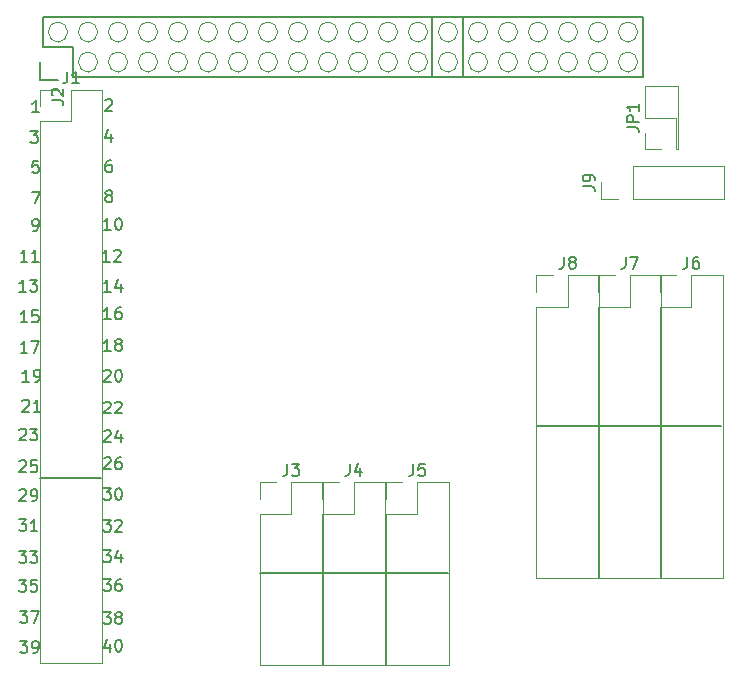
<source format=gto>
G04 #@! TF.FileFunction,Legend,Top*
%FSLAX46Y46*%
G04 Gerber Fmt 4.6, Leading zero omitted, Abs format (unit mm)*
G04 Created by KiCad (PCBNEW 4.0.6) date Monday, 14 August 2017 'PMt' 14:39:00*
%MOMM*%
%LPD*%
G01*
G04 APERTURE LIST*
%ADD10C,0.100000*%
%ADD11C,0.200000*%
%ADD12C,0.150000*%
%ADD13C,0.120000*%
G04 APERTURE END LIST*
D10*
D11*
X48895000Y-36093400D02*
X64541400Y-36093400D01*
X25476200Y-48539400D02*
X41376600Y-48539400D01*
X12744486Y-54522714D02*
X12744486Y-55189381D01*
X12506390Y-54141762D02*
X12268295Y-54856048D01*
X12887343Y-54856048D01*
X13458771Y-54189381D02*
X13554010Y-54189381D01*
X13649248Y-54237000D01*
X13696867Y-54284619D01*
X13744486Y-54379857D01*
X13792105Y-54570333D01*
X13792105Y-54808429D01*
X13744486Y-54998905D01*
X13696867Y-55094143D01*
X13649248Y-55141762D01*
X13554010Y-55189381D01*
X13458771Y-55189381D01*
X13363533Y-55141762D01*
X13315914Y-55094143D01*
X13268295Y-54998905D01*
X13220676Y-54808429D01*
X13220676Y-54570333D01*
X13268295Y-54379857D01*
X13315914Y-54284619D01*
X13363533Y-54237000D01*
X13458771Y-54189381D01*
X12220676Y-51852581D02*
X12839724Y-51852581D01*
X12506390Y-52233533D01*
X12649248Y-52233533D01*
X12744486Y-52281152D01*
X12792105Y-52328771D01*
X12839724Y-52424010D01*
X12839724Y-52662105D01*
X12792105Y-52757343D01*
X12744486Y-52804962D01*
X12649248Y-52852581D01*
X12363533Y-52852581D01*
X12268295Y-52804962D01*
X12220676Y-52757343D01*
X13411152Y-52281152D02*
X13315914Y-52233533D01*
X13268295Y-52185914D01*
X13220676Y-52090676D01*
X13220676Y-52043057D01*
X13268295Y-51947819D01*
X13315914Y-51900200D01*
X13411152Y-51852581D01*
X13601629Y-51852581D01*
X13696867Y-51900200D01*
X13744486Y-51947819D01*
X13792105Y-52043057D01*
X13792105Y-52090676D01*
X13744486Y-52185914D01*
X13696867Y-52233533D01*
X13601629Y-52281152D01*
X13411152Y-52281152D01*
X13315914Y-52328771D01*
X13268295Y-52376390D01*
X13220676Y-52471629D01*
X13220676Y-52662105D01*
X13268295Y-52757343D01*
X13315914Y-52804962D01*
X13411152Y-52852581D01*
X13601629Y-52852581D01*
X13696867Y-52804962D01*
X13744486Y-52757343D01*
X13792105Y-52662105D01*
X13792105Y-52471629D01*
X13744486Y-52376390D01*
X13696867Y-52328771D01*
X13601629Y-52281152D01*
X12220676Y-49058581D02*
X12839724Y-49058581D01*
X12506390Y-49439533D01*
X12649248Y-49439533D01*
X12744486Y-49487152D01*
X12792105Y-49534771D01*
X12839724Y-49630010D01*
X12839724Y-49868105D01*
X12792105Y-49963343D01*
X12744486Y-50010962D01*
X12649248Y-50058581D01*
X12363533Y-50058581D01*
X12268295Y-50010962D01*
X12220676Y-49963343D01*
X13696867Y-49058581D02*
X13506390Y-49058581D01*
X13411152Y-49106200D01*
X13363533Y-49153819D01*
X13268295Y-49296676D01*
X13220676Y-49487152D01*
X13220676Y-49868105D01*
X13268295Y-49963343D01*
X13315914Y-50010962D01*
X13411152Y-50058581D01*
X13601629Y-50058581D01*
X13696867Y-50010962D01*
X13744486Y-49963343D01*
X13792105Y-49868105D01*
X13792105Y-49630010D01*
X13744486Y-49534771D01*
X13696867Y-49487152D01*
X13601629Y-49439533D01*
X13411152Y-49439533D01*
X13315914Y-49487152D01*
X13268295Y-49534771D01*
X13220676Y-49630010D01*
X12220676Y-46620181D02*
X12839724Y-46620181D01*
X12506390Y-47001133D01*
X12649248Y-47001133D01*
X12744486Y-47048752D01*
X12792105Y-47096371D01*
X12839724Y-47191610D01*
X12839724Y-47429705D01*
X12792105Y-47524943D01*
X12744486Y-47572562D01*
X12649248Y-47620181D01*
X12363533Y-47620181D01*
X12268295Y-47572562D01*
X12220676Y-47524943D01*
X13696867Y-46953514D02*
X13696867Y-47620181D01*
X13458771Y-46572562D02*
X13220676Y-47286848D01*
X13839724Y-47286848D01*
X12220676Y-44029381D02*
X12839724Y-44029381D01*
X12506390Y-44410333D01*
X12649248Y-44410333D01*
X12744486Y-44457952D01*
X12792105Y-44505571D01*
X12839724Y-44600810D01*
X12839724Y-44838905D01*
X12792105Y-44934143D01*
X12744486Y-44981762D01*
X12649248Y-45029381D01*
X12363533Y-45029381D01*
X12268295Y-44981762D01*
X12220676Y-44934143D01*
X13220676Y-44124619D02*
X13268295Y-44077000D01*
X13363533Y-44029381D01*
X13601629Y-44029381D01*
X13696867Y-44077000D01*
X13744486Y-44124619D01*
X13792105Y-44219857D01*
X13792105Y-44315095D01*
X13744486Y-44457952D01*
X13173057Y-45029381D01*
X13792105Y-45029381D01*
X12220676Y-41336981D02*
X12839724Y-41336981D01*
X12506390Y-41717933D01*
X12649248Y-41717933D01*
X12744486Y-41765552D01*
X12792105Y-41813171D01*
X12839724Y-41908410D01*
X12839724Y-42146505D01*
X12792105Y-42241743D01*
X12744486Y-42289362D01*
X12649248Y-42336981D01*
X12363533Y-42336981D01*
X12268295Y-42289362D01*
X12220676Y-42241743D01*
X13458771Y-41336981D02*
X13554010Y-41336981D01*
X13649248Y-41384600D01*
X13696867Y-41432219D01*
X13744486Y-41527457D01*
X13792105Y-41717933D01*
X13792105Y-41956029D01*
X13744486Y-42146505D01*
X13696867Y-42241743D01*
X13649248Y-42289362D01*
X13554010Y-42336981D01*
X13458771Y-42336981D01*
X13363533Y-42289362D01*
X13315914Y-42241743D01*
X13268295Y-42146505D01*
X13220676Y-41956029D01*
X13220676Y-41717933D01*
X13268295Y-41527457D01*
X13315914Y-41432219D01*
X13363533Y-41384600D01*
X13458771Y-41336981D01*
X12268295Y-38841419D02*
X12315914Y-38793800D01*
X12411152Y-38746181D01*
X12649248Y-38746181D01*
X12744486Y-38793800D01*
X12792105Y-38841419D01*
X12839724Y-38936657D01*
X12839724Y-39031895D01*
X12792105Y-39174752D01*
X12220676Y-39746181D01*
X12839724Y-39746181D01*
X13696867Y-38746181D02*
X13506390Y-38746181D01*
X13411152Y-38793800D01*
X13363533Y-38841419D01*
X13268295Y-38984276D01*
X13220676Y-39174752D01*
X13220676Y-39555705D01*
X13268295Y-39650943D01*
X13315914Y-39698562D01*
X13411152Y-39746181D01*
X13601629Y-39746181D01*
X13696867Y-39698562D01*
X13744486Y-39650943D01*
X13792105Y-39555705D01*
X13792105Y-39317610D01*
X13744486Y-39222371D01*
X13696867Y-39174752D01*
X13601629Y-39127133D01*
X13411152Y-39127133D01*
X13315914Y-39174752D01*
X13268295Y-39222371D01*
X13220676Y-39317610D01*
X12268295Y-36555419D02*
X12315914Y-36507800D01*
X12411152Y-36460181D01*
X12649248Y-36460181D01*
X12744486Y-36507800D01*
X12792105Y-36555419D01*
X12839724Y-36650657D01*
X12839724Y-36745895D01*
X12792105Y-36888752D01*
X12220676Y-37460181D01*
X12839724Y-37460181D01*
X13696867Y-36793514D02*
X13696867Y-37460181D01*
X13458771Y-36412562D02*
X13220676Y-37126848D01*
X13839724Y-37126848D01*
X12268295Y-34117019D02*
X12315914Y-34069400D01*
X12411152Y-34021781D01*
X12649248Y-34021781D01*
X12744486Y-34069400D01*
X12792105Y-34117019D01*
X12839724Y-34212257D01*
X12839724Y-34307495D01*
X12792105Y-34450352D01*
X12220676Y-35021781D01*
X12839724Y-35021781D01*
X13220676Y-34117019D02*
X13268295Y-34069400D01*
X13363533Y-34021781D01*
X13601629Y-34021781D01*
X13696867Y-34069400D01*
X13744486Y-34117019D01*
X13792105Y-34212257D01*
X13792105Y-34307495D01*
X13744486Y-34450352D01*
X13173057Y-35021781D01*
X13792105Y-35021781D01*
X12268295Y-31424619D02*
X12315914Y-31377000D01*
X12411152Y-31329381D01*
X12649248Y-31329381D01*
X12744486Y-31377000D01*
X12792105Y-31424619D01*
X12839724Y-31519857D01*
X12839724Y-31615095D01*
X12792105Y-31757952D01*
X12220676Y-32329381D01*
X12839724Y-32329381D01*
X13458771Y-31329381D02*
X13554010Y-31329381D01*
X13649248Y-31377000D01*
X13696867Y-31424619D01*
X13744486Y-31519857D01*
X13792105Y-31710333D01*
X13792105Y-31948429D01*
X13744486Y-32138905D01*
X13696867Y-32234143D01*
X13649248Y-32281762D01*
X13554010Y-32329381D01*
X13458771Y-32329381D01*
X13363533Y-32281762D01*
X13315914Y-32234143D01*
X13268295Y-32138905D01*
X13220676Y-31948429D01*
X13220676Y-31710333D01*
X13268295Y-31519857D01*
X13315914Y-31424619D01*
X13363533Y-31377000D01*
X13458771Y-31329381D01*
X12839724Y-29738581D02*
X12268295Y-29738581D01*
X12554009Y-29738581D02*
X12554009Y-28738581D01*
X12458771Y-28881438D01*
X12363533Y-28976676D01*
X12268295Y-29024295D01*
X13411152Y-29167152D02*
X13315914Y-29119533D01*
X13268295Y-29071914D01*
X13220676Y-28976676D01*
X13220676Y-28929057D01*
X13268295Y-28833819D01*
X13315914Y-28786200D01*
X13411152Y-28738581D01*
X13601629Y-28738581D01*
X13696867Y-28786200D01*
X13744486Y-28833819D01*
X13792105Y-28929057D01*
X13792105Y-28976676D01*
X13744486Y-29071914D01*
X13696867Y-29119533D01*
X13601629Y-29167152D01*
X13411152Y-29167152D01*
X13315914Y-29214771D01*
X13268295Y-29262390D01*
X13220676Y-29357629D01*
X13220676Y-29548105D01*
X13268295Y-29643343D01*
X13315914Y-29690962D01*
X13411152Y-29738581D01*
X13601629Y-29738581D01*
X13696867Y-29690962D01*
X13744486Y-29643343D01*
X13792105Y-29548105D01*
X13792105Y-29357629D01*
X13744486Y-29262390D01*
X13696867Y-29214771D01*
X13601629Y-29167152D01*
X12839724Y-27046181D02*
X12268295Y-27046181D01*
X12554009Y-27046181D02*
X12554009Y-26046181D01*
X12458771Y-26189038D01*
X12363533Y-26284276D01*
X12268295Y-26331895D01*
X13696867Y-26046181D02*
X13506390Y-26046181D01*
X13411152Y-26093800D01*
X13363533Y-26141419D01*
X13268295Y-26284276D01*
X13220676Y-26474752D01*
X13220676Y-26855705D01*
X13268295Y-26950943D01*
X13315914Y-26998562D01*
X13411152Y-27046181D01*
X13601629Y-27046181D01*
X13696867Y-26998562D01*
X13744486Y-26950943D01*
X13792105Y-26855705D01*
X13792105Y-26617610D01*
X13744486Y-26522371D01*
X13696867Y-26474752D01*
X13601629Y-26427133D01*
X13411152Y-26427133D01*
X13315914Y-26474752D01*
X13268295Y-26522371D01*
X13220676Y-26617610D01*
X12839724Y-24709381D02*
X12268295Y-24709381D01*
X12554009Y-24709381D02*
X12554009Y-23709381D01*
X12458771Y-23852238D01*
X12363533Y-23947476D01*
X12268295Y-23995095D01*
X13696867Y-24042714D02*
X13696867Y-24709381D01*
X13458771Y-23661762D02*
X13220676Y-24376048D01*
X13839724Y-24376048D01*
X12738124Y-22169381D02*
X12166695Y-22169381D01*
X12452409Y-22169381D02*
X12452409Y-21169381D01*
X12357171Y-21312238D01*
X12261933Y-21407476D01*
X12166695Y-21455095D01*
X13119076Y-21264619D02*
X13166695Y-21217000D01*
X13261933Y-21169381D01*
X13500029Y-21169381D01*
X13595267Y-21217000D01*
X13642886Y-21264619D01*
X13690505Y-21359857D01*
X13690505Y-21455095D01*
X13642886Y-21597952D01*
X13071457Y-22169381D01*
X13690505Y-22169381D01*
X12839724Y-19476981D02*
X12268295Y-19476981D01*
X12554009Y-19476981D02*
X12554009Y-18476981D01*
X12458771Y-18619838D01*
X12363533Y-18715076D01*
X12268295Y-18762695D01*
X13458771Y-18476981D02*
X13554010Y-18476981D01*
X13649248Y-18524600D01*
X13696867Y-18572219D01*
X13744486Y-18667457D01*
X13792105Y-18857933D01*
X13792105Y-19096029D01*
X13744486Y-19286505D01*
X13696867Y-19381743D01*
X13649248Y-19429362D01*
X13554010Y-19476981D01*
X13458771Y-19476981D01*
X13363533Y-19429362D01*
X13315914Y-19381743D01*
X13268295Y-19286505D01*
X13220676Y-19096029D01*
X13220676Y-18857933D01*
X13268295Y-18667457D01*
X13315914Y-18572219D01*
X13363533Y-18524600D01*
X13458771Y-18476981D01*
X12579362Y-16568752D02*
X12484124Y-16521133D01*
X12436505Y-16473514D01*
X12388886Y-16378276D01*
X12388886Y-16330657D01*
X12436505Y-16235419D01*
X12484124Y-16187800D01*
X12579362Y-16140181D01*
X12769839Y-16140181D01*
X12865077Y-16187800D01*
X12912696Y-16235419D01*
X12960315Y-16330657D01*
X12960315Y-16378276D01*
X12912696Y-16473514D01*
X12865077Y-16521133D01*
X12769839Y-16568752D01*
X12579362Y-16568752D01*
X12484124Y-16616371D01*
X12436505Y-16663990D01*
X12388886Y-16759229D01*
X12388886Y-16949705D01*
X12436505Y-17044943D01*
X12484124Y-17092562D01*
X12579362Y-17140181D01*
X12769839Y-17140181D01*
X12865077Y-17092562D01*
X12912696Y-17044943D01*
X12960315Y-16949705D01*
X12960315Y-16759229D01*
X12912696Y-16663990D01*
X12865077Y-16616371D01*
X12769839Y-16568752D01*
X12865077Y-13600181D02*
X12674600Y-13600181D01*
X12579362Y-13647800D01*
X12531743Y-13695419D01*
X12436505Y-13838276D01*
X12388886Y-14028752D01*
X12388886Y-14409705D01*
X12436505Y-14504943D01*
X12484124Y-14552562D01*
X12579362Y-14600181D01*
X12769839Y-14600181D01*
X12865077Y-14552562D01*
X12912696Y-14504943D01*
X12960315Y-14409705D01*
X12960315Y-14171610D01*
X12912696Y-14076371D01*
X12865077Y-14028752D01*
X12769839Y-13981133D01*
X12579362Y-13981133D01*
X12484124Y-14028752D01*
X12436505Y-14076371D01*
X12388886Y-14171610D01*
X12865077Y-11342714D02*
X12865077Y-12009381D01*
X12626981Y-10961762D02*
X12388886Y-11676048D01*
X13007934Y-11676048D01*
X12388886Y-8513819D02*
X12436505Y-8466200D01*
X12531743Y-8418581D01*
X12769839Y-8418581D01*
X12865077Y-8466200D01*
X12912696Y-8513819D01*
X12960315Y-8609057D01*
X12960315Y-8704295D01*
X12912696Y-8847152D01*
X12341267Y-9418581D01*
X12960315Y-9418581D01*
X5159476Y-54290981D02*
X5778524Y-54290981D01*
X5445190Y-54671933D01*
X5588048Y-54671933D01*
X5683286Y-54719552D01*
X5730905Y-54767171D01*
X5778524Y-54862410D01*
X5778524Y-55100505D01*
X5730905Y-55195743D01*
X5683286Y-55243362D01*
X5588048Y-55290981D01*
X5302333Y-55290981D01*
X5207095Y-55243362D01*
X5159476Y-55195743D01*
X6254714Y-55290981D02*
X6445190Y-55290981D01*
X6540429Y-55243362D01*
X6588048Y-55195743D01*
X6683286Y-55052886D01*
X6730905Y-54862410D01*
X6730905Y-54481457D01*
X6683286Y-54386219D01*
X6635667Y-54338600D01*
X6540429Y-54290981D01*
X6349952Y-54290981D01*
X6254714Y-54338600D01*
X6207095Y-54386219D01*
X6159476Y-54481457D01*
X6159476Y-54719552D01*
X6207095Y-54814790D01*
X6254714Y-54862410D01*
X6349952Y-54910029D01*
X6540429Y-54910029D01*
X6635667Y-54862410D01*
X6683286Y-54814790D01*
X6730905Y-54719552D01*
X5159476Y-51750981D02*
X5778524Y-51750981D01*
X5445190Y-52131933D01*
X5588048Y-52131933D01*
X5683286Y-52179552D01*
X5730905Y-52227171D01*
X5778524Y-52322410D01*
X5778524Y-52560505D01*
X5730905Y-52655743D01*
X5683286Y-52703362D01*
X5588048Y-52750981D01*
X5302333Y-52750981D01*
X5207095Y-52703362D01*
X5159476Y-52655743D01*
X6111857Y-51750981D02*
X6778524Y-51750981D01*
X6349952Y-52750981D01*
X5057876Y-49109381D02*
X5676924Y-49109381D01*
X5343590Y-49490333D01*
X5486448Y-49490333D01*
X5581686Y-49537952D01*
X5629305Y-49585571D01*
X5676924Y-49680810D01*
X5676924Y-49918905D01*
X5629305Y-50014143D01*
X5581686Y-50061762D01*
X5486448Y-50109381D01*
X5200733Y-50109381D01*
X5105495Y-50061762D01*
X5057876Y-50014143D01*
X6581686Y-49109381D02*
X6105495Y-49109381D01*
X6057876Y-49585571D01*
X6105495Y-49537952D01*
X6200733Y-49490333D01*
X6438829Y-49490333D01*
X6534067Y-49537952D01*
X6581686Y-49585571D01*
X6629305Y-49680810D01*
X6629305Y-49918905D01*
X6581686Y-50014143D01*
X6534067Y-50061762D01*
X6438829Y-50109381D01*
X6200733Y-50109381D01*
X6105495Y-50061762D01*
X6057876Y-50014143D01*
X5057876Y-46670981D02*
X5676924Y-46670981D01*
X5343590Y-47051933D01*
X5486448Y-47051933D01*
X5581686Y-47099552D01*
X5629305Y-47147171D01*
X5676924Y-47242410D01*
X5676924Y-47480505D01*
X5629305Y-47575743D01*
X5581686Y-47623362D01*
X5486448Y-47670981D01*
X5200733Y-47670981D01*
X5105495Y-47623362D01*
X5057876Y-47575743D01*
X6010257Y-46670981D02*
X6629305Y-46670981D01*
X6295971Y-47051933D01*
X6438829Y-47051933D01*
X6534067Y-47099552D01*
X6581686Y-47147171D01*
X6629305Y-47242410D01*
X6629305Y-47480505D01*
X6581686Y-47575743D01*
X6534067Y-47623362D01*
X6438829Y-47670981D01*
X6153114Y-47670981D01*
X6057876Y-47623362D01*
X6010257Y-47575743D01*
X5057876Y-43978581D02*
X5676924Y-43978581D01*
X5343590Y-44359533D01*
X5486448Y-44359533D01*
X5581686Y-44407152D01*
X5629305Y-44454771D01*
X5676924Y-44550010D01*
X5676924Y-44788105D01*
X5629305Y-44883343D01*
X5581686Y-44930962D01*
X5486448Y-44978581D01*
X5200733Y-44978581D01*
X5105495Y-44930962D01*
X5057876Y-44883343D01*
X6629305Y-44978581D02*
X6057876Y-44978581D01*
X6343590Y-44978581D02*
X6343590Y-43978581D01*
X6248352Y-44121438D01*
X6153114Y-44216676D01*
X6057876Y-44264295D01*
X5105495Y-41533819D02*
X5153114Y-41486200D01*
X5248352Y-41438581D01*
X5486448Y-41438581D01*
X5581686Y-41486200D01*
X5629305Y-41533819D01*
X5676924Y-41629057D01*
X5676924Y-41724295D01*
X5629305Y-41867152D01*
X5057876Y-42438581D01*
X5676924Y-42438581D01*
X6153114Y-42438581D02*
X6343590Y-42438581D01*
X6438829Y-42390962D01*
X6486448Y-42343343D01*
X6581686Y-42200486D01*
X6629305Y-42010010D01*
X6629305Y-41629057D01*
X6581686Y-41533819D01*
X6534067Y-41486200D01*
X6438829Y-41438581D01*
X6248352Y-41438581D01*
X6153114Y-41486200D01*
X6105495Y-41533819D01*
X6057876Y-41629057D01*
X6057876Y-41867152D01*
X6105495Y-41962390D01*
X6153114Y-42010010D01*
X6248352Y-42057629D01*
X6438829Y-42057629D01*
X6534067Y-42010010D01*
X6581686Y-41962390D01*
X6629305Y-41867152D01*
X5105495Y-39095419D02*
X5153114Y-39047800D01*
X5248352Y-39000181D01*
X5486448Y-39000181D01*
X5581686Y-39047800D01*
X5629305Y-39095419D01*
X5676924Y-39190657D01*
X5676924Y-39285895D01*
X5629305Y-39428752D01*
X5057876Y-40000181D01*
X5676924Y-40000181D01*
X6581686Y-39000181D02*
X6105495Y-39000181D01*
X6057876Y-39476371D01*
X6105495Y-39428752D01*
X6200733Y-39381133D01*
X6438829Y-39381133D01*
X6534067Y-39428752D01*
X6581686Y-39476371D01*
X6629305Y-39571610D01*
X6629305Y-39809705D01*
X6581686Y-39904943D01*
X6534067Y-39952562D01*
X6438829Y-40000181D01*
X6200733Y-40000181D01*
X6105495Y-39952562D01*
X6057876Y-39904943D01*
X5105495Y-36403019D02*
X5153114Y-36355400D01*
X5248352Y-36307781D01*
X5486448Y-36307781D01*
X5581686Y-36355400D01*
X5629305Y-36403019D01*
X5676924Y-36498257D01*
X5676924Y-36593495D01*
X5629305Y-36736352D01*
X5057876Y-37307781D01*
X5676924Y-37307781D01*
X6010257Y-36307781D02*
X6629305Y-36307781D01*
X6295971Y-36688733D01*
X6438829Y-36688733D01*
X6534067Y-36736352D01*
X6581686Y-36783971D01*
X6629305Y-36879210D01*
X6629305Y-37117305D01*
X6581686Y-37212543D01*
X6534067Y-37260162D01*
X6438829Y-37307781D01*
X6153114Y-37307781D01*
X6057876Y-37260162D01*
X6010257Y-37212543D01*
X5359495Y-33964619D02*
X5407114Y-33917000D01*
X5502352Y-33869381D01*
X5740448Y-33869381D01*
X5835686Y-33917000D01*
X5883305Y-33964619D01*
X5930924Y-34059857D01*
X5930924Y-34155095D01*
X5883305Y-34297952D01*
X5311876Y-34869381D01*
X5930924Y-34869381D01*
X6883305Y-34869381D02*
X6311876Y-34869381D01*
X6597590Y-34869381D02*
X6597590Y-33869381D01*
X6502352Y-34012238D01*
X6407114Y-34107476D01*
X6311876Y-34155095D01*
X5930924Y-32329381D02*
X5359495Y-32329381D01*
X5645209Y-32329381D02*
X5645209Y-31329381D01*
X5549971Y-31472238D01*
X5454733Y-31567476D01*
X5359495Y-31615095D01*
X6407114Y-32329381D02*
X6597590Y-32329381D01*
X6692829Y-32281762D01*
X6740448Y-32234143D01*
X6835686Y-32091286D01*
X6883305Y-31900810D01*
X6883305Y-31519857D01*
X6835686Y-31424619D01*
X6788067Y-31377000D01*
X6692829Y-31329381D01*
X6502352Y-31329381D01*
X6407114Y-31377000D01*
X6359495Y-31424619D01*
X6311876Y-31519857D01*
X6311876Y-31757952D01*
X6359495Y-31853190D01*
X6407114Y-31900810D01*
X6502352Y-31948429D01*
X6692829Y-31948429D01*
X6788067Y-31900810D01*
X6835686Y-31853190D01*
X6883305Y-31757952D01*
X5778524Y-29890981D02*
X5207095Y-29890981D01*
X5492809Y-29890981D02*
X5492809Y-28890981D01*
X5397571Y-29033838D01*
X5302333Y-29129076D01*
X5207095Y-29176695D01*
X6111857Y-28890981D02*
X6778524Y-28890981D01*
X6349952Y-29890981D01*
X5778524Y-27300181D02*
X5207095Y-27300181D01*
X5492809Y-27300181D02*
X5492809Y-26300181D01*
X5397571Y-26443038D01*
X5302333Y-26538276D01*
X5207095Y-26585895D01*
X6683286Y-26300181D02*
X6207095Y-26300181D01*
X6159476Y-26776371D01*
X6207095Y-26728752D01*
X6302333Y-26681133D01*
X6540429Y-26681133D01*
X6635667Y-26728752D01*
X6683286Y-26776371D01*
X6730905Y-26871610D01*
X6730905Y-27109705D01*
X6683286Y-27204943D01*
X6635667Y-27252562D01*
X6540429Y-27300181D01*
X6302333Y-27300181D01*
X6207095Y-27252562D01*
X6159476Y-27204943D01*
X5676924Y-24709381D02*
X5105495Y-24709381D01*
X5391209Y-24709381D02*
X5391209Y-23709381D01*
X5295971Y-23852238D01*
X5200733Y-23947476D01*
X5105495Y-23995095D01*
X6010257Y-23709381D02*
X6629305Y-23709381D01*
X6295971Y-24090333D01*
X6438829Y-24090333D01*
X6534067Y-24137952D01*
X6581686Y-24185571D01*
X6629305Y-24280810D01*
X6629305Y-24518905D01*
X6581686Y-24614143D01*
X6534067Y-24661762D01*
X6438829Y-24709381D01*
X6153114Y-24709381D01*
X6057876Y-24661762D01*
X6010257Y-24614143D01*
X5778524Y-22169381D02*
X5207095Y-22169381D01*
X5492809Y-22169381D02*
X5492809Y-21169381D01*
X5397571Y-21312238D01*
X5302333Y-21407476D01*
X5207095Y-21455095D01*
X6730905Y-22169381D02*
X6159476Y-22169381D01*
X6445190Y-22169381D02*
X6445190Y-21169381D01*
X6349952Y-21312238D01*
X6254714Y-21407476D01*
X6159476Y-21455095D01*
X6286524Y-19578581D02*
X6477000Y-19578581D01*
X6572239Y-19530962D01*
X6619858Y-19483343D01*
X6715096Y-19340486D01*
X6762715Y-19150010D01*
X6762715Y-18769057D01*
X6715096Y-18673819D01*
X6667477Y-18626200D01*
X6572239Y-18578581D01*
X6381762Y-18578581D01*
X6286524Y-18626200D01*
X6238905Y-18673819D01*
X6191286Y-18769057D01*
X6191286Y-19007152D01*
X6238905Y-19102390D01*
X6286524Y-19150010D01*
X6381762Y-19197629D01*
X6572239Y-19197629D01*
X6667477Y-19150010D01*
X6715096Y-19102390D01*
X6762715Y-19007152D01*
X6143667Y-16241781D02*
X6810334Y-16241781D01*
X6381762Y-17241781D01*
X6715096Y-13650981D02*
X6238905Y-13650981D01*
X6191286Y-14127171D01*
X6238905Y-14079552D01*
X6334143Y-14031933D01*
X6572239Y-14031933D01*
X6667477Y-14079552D01*
X6715096Y-14127171D01*
X6762715Y-14222410D01*
X6762715Y-14460505D01*
X6715096Y-14555743D01*
X6667477Y-14603362D01*
X6572239Y-14650981D01*
X6334143Y-14650981D01*
X6238905Y-14603362D01*
X6191286Y-14555743D01*
X6042067Y-11110981D02*
X6661115Y-11110981D01*
X6327781Y-11491933D01*
X6470639Y-11491933D01*
X6565877Y-11539552D01*
X6613496Y-11587171D01*
X6661115Y-11682410D01*
X6661115Y-11920505D01*
X6613496Y-12015743D01*
X6565877Y-12063362D01*
X6470639Y-12110981D01*
X6184924Y-12110981D01*
X6089686Y-12063362D01*
X6042067Y-12015743D01*
X6762715Y-9520181D02*
X6191286Y-9520181D01*
X6477000Y-9520181D02*
X6477000Y-8520181D01*
X6381762Y-8663038D01*
X6286524Y-8758276D01*
X6191286Y-8805895D01*
X6883400Y-40513000D02*
X12014200Y-40513000D01*
X40005000Y-1549400D02*
X40005000Y-6578600D01*
X42697400Y-1447800D02*
X42697400Y-6578600D01*
D12*
X57900000Y-1460000D02*
X7100000Y-1460000D01*
X9640000Y-6540000D02*
X57900000Y-6540000D01*
X57900000Y-1460000D02*
X57900000Y-6540000D01*
X7100000Y-1460000D02*
X7100000Y-4000000D01*
X6820000Y-5270000D02*
X6820000Y-6820000D01*
X7100000Y-4000000D02*
X9640000Y-4000000D01*
X9640000Y-4000000D02*
X9640000Y-6540000D01*
X6820000Y-6820000D02*
X8370000Y-6820000D01*
D13*
X6814200Y-10287000D02*
X6814200Y-56127000D01*
X6814200Y-56127000D02*
X12134200Y-56127000D01*
X12134200Y-56127000D02*
X12134200Y-7627000D01*
X12134200Y-7627000D02*
X9474200Y-7627000D01*
X9474200Y-7627000D02*
X9474200Y-10287000D01*
X9474200Y-10287000D02*
X6814200Y-10287000D01*
X6814200Y-9017000D02*
X6814200Y-7627000D01*
X6814200Y-7627000D02*
X8204200Y-7627000D01*
X60731400Y-12642200D02*
X60851400Y-12642200D01*
X60851400Y-12642200D02*
X60851400Y-7322200D01*
X60851400Y-7322200D02*
X58071400Y-7322200D01*
X58071400Y-7322200D02*
X58071400Y-9982200D01*
X58071400Y-9982200D02*
X60731400Y-9982200D01*
X60731400Y-9982200D02*
X60731400Y-12642200D01*
X59461400Y-12642200D02*
X58071400Y-12642200D01*
X58071400Y-12642200D02*
X58071400Y-11252200D01*
X25457800Y-43510200D02*
X25457800Y-56330200D01*
X25457800Y-56330200D02*
X30777800Y-56330200D01*
X30777800Y-56330200D02*
X30777800Y-40850200D01*
X30777800Y-40850200D02*
X28117800Y-40850200D01*
X28117800Y-40850200D02*
X28117800Y-43510200D01*
X28117800Y-43510200D02*
X25457800Y-43510200D01*
X25457800Y-42240200D02*
X25457800Y-40850200D01*
X25457800Y-40850200D02*
X26847800Y-40850200D01*
X30741000Y-43510200D02*
X30741000Y-56330200D01*
X30741000Y-56330200D02*
X36061000Y-56330200D01*
X36061000Y-56330200D02*
X36061000Y-40850200D01*
X36061000Y-40850200D02*
X33401000Y-40850200D01*
X33401000Y-40850200D02*
X33401000Y-43510200D01*
X33401000Y-43510200D02*
X30741000Y-43510200D01*
X30741000Y-42240200D02*
X30741000Y-40850200D01*
X30741000Y-40850200D02*
X32131000Y-40850200D01*
X36125800Y-43510200D02*
X36125800Y-56330200D01*
X36125800Y-56330200D02*
X41445800Y-56330200D01*
X41445800Y-56330200D02*
X41445800Y-40850200D01*
X41445800Y-40850200D02*
X38785800Y-40850200D01*
X38785800Y-40850200D02*
X38785800Y-43510200D01*
X38785800Y-43510200D02*
X36125800Y-43510200D01*
X36125800Y-42240200D02*
X36125800Y-40850200D01*
X36125800Y-40850200D02*
X37515800Y-40850200D01*
X59341400Y-25984200D02*
X59341400Y-48964200D01*
X59341400Y-48964200D02*
X64661400Y-48964200D01*
X64661400Y-48964200D02*
X64661400Y-23324200D01*
X64661400Y-23324200D02*
X62001400Y-23324200D01*
X62001400Y-23324200D02*
X62001400Y-25984200D01*
X62001400Y-25984200D02*
X59341400Y-25984200D01*
X59341400Y-24714200D02*
X59341400Y-23324200D01*
X59341400Y-23324200D02*
X60731400Y-23324200D01*
X54109000Y-25984200D02*
X54109000Y-48964200D01*
X54109000Y-48964200D02*
X59429000Y-48964200D01*
X59429000Y-48964200D02*
X59429000Y-23324200D01*
X59429000Y-23324200D02*
X56769000Y-23324200D01*
X56769000Y-23324200D02*
X56769000Y-25984200D01*
X56769000Y-25984200D02*
X54109000Y-25984200D01*
X54109000Y-24714200D02*
X54109000Y-23324200D01*
X54109000Y-23324200D02*
X55499000Y-23324200D01*
X48876600Y-25984200D02*
X48876600Y-48964200D01*
X48876600Y-48964200D02*
X54196600Y-48964200D01*
X54196600Y-48964200D02*
X54196600Y-23324200D01*
X54196600Y-23324200D02*
X51536600Y-23324200D01*
X51536600Y-23324200D02*
X51536600Y-25984200D01*
X51536600Y-25984200D02*
X48876600Y-25984200D01*
X48876600Y-24714200D02*
X48876600Y-23324200D01*
X48876600Y-23324200D02*
X50266600Y-23324200D01*
X57023000Y-16858600D02*
X64763000Y-16858600D01*
X64763000Y-16858600D02*
X64763000Y-14078600D01*
X64763000Y-14078600D02*
X57023000Y-14078600D01*
X57023000Y-14078600D02*
X57023000Y-16858600D01*
X55753000Y-16858600D02*
X54363000Y-16858600D01*
X54363000Y-16858600D02*
X54363000Y-15468600D01*
D10*
X8370000Y-3543600D02*
X8370000Y-3543600D01*
X8370000Y-1916400D02*
X8370000Y-1916400D01*
X8370000Y-3543600D02*
G75*
G03X8370000Y-1916400I0J813600D01*
G01*
X8370000Y-1916400D02*
G75*
G03X8370000Y-3543600I0J-813600D01*
G01*
X10910000Y-6083600D02*
X10910000Y-6083600D01*
X10910000Y-4456400D02*
X10910000Y-4456400D01*
X10910000Y-6083600D02*
G75*
G03X10910000Y-4456400I0J813600D01*
G01*
X10910000Y-4456400D02*
G75*
G03X10910000Y-6083600I0J-813600D01*
G01*
X10910000Y-3543600D02*
X10910000Y-3543600D01*
X10910000Y-1916400D02*
X10910000Y-1916400D01*
X10910000Y-3543600D02*
G75*
G03X10910000Y-1916400I0J813600D01*
G01*
X10910000Y-1916400D02*
G75*
G03X10910000Y-3543600I0J-813600D01*
G01*
X13450000Y-6083600D02*
X13450000Y-6083600D01*
X13450000Y-4456400D02*
X13450000Y-4456400D01*
X13450000Y-6083600D02*
G75*
G03X13450000Y-4456400I0J813600D01*
G01*
X13450000Y-4456400D02*
G75*
G03X13450000Y-6083600I0J-813600D01*
G01*
X13450000Y-3543600D02*
X13450000Y-3543600D01*
X13450000Y-1916400D02*
X13450000Y-1916400D01*
X13450000Y-3543600D02*
G75*
G03X13450000Y-1916400I0J813600D01*
G01*
X13450000Y-1916400D02*
G75*
G03X13450000Y-3543600I0J-813600D01*
G01*
X15990000Y-6083600D02*
X15990000Y-6083600D01*
X15990000Y-4456400D02*
X15990000Y-4456400D01*
X15990000Y-6083600D02*
G75*
G03X15990000Y-4456400I0J813600D01*
G01*
X15990000Y-4456400D02*
G75*
G03X15990000Y-6083600I0J-813600D01*
G01*
X15990000Y-3543600D02*
X15990000Y-3543600D01*
X15990000Y-1916400D02*
X15990000Y-1916400D01*
X15990000Y-3543600D02*
G75*
G03X15990000Y-1916400I0J813600D01*
G01*
X15990000Y-1916400D02*
G75*
G03X15990000Y-3543600I0J-813600D01*
G01*
X18530000Y-6083600D02*
X18530000Y-6083600D01*
X18530000Y-4456400D02*
X18530000Y-4456400D01*
X18530000Y-6083600D02*
G75*
G03X18530000Y-4456400I0J813600D01*
G01*
X18530000Y-4456400D02*
G75*
G03X18530000Y-6083600I0J-813600D01*
G01*
X18530000Y-3543600D02*
X18530000Y-3543600D01*
X18530000Y-1916400D02*
X18530000Y-1916400D01*
X18530000Y-3543600D02*
G75*
G03X18530000Y-1916400I0J813600D01*
G01*
X18530000Y-1916400D02*
G75*
G03X18530000Y-3543600I0J-813600D01*
G01*
X21070000Y-6083600D02*
X21070000Y-6083600D01*
X21070000Y-4456400D02*
X21070000Y-4456400D01*
X21070000Y-6083600D02*
G75*
G03X21070000Y-4456400I0J813600D01*
G01*
X21070000Y-4456400D02*
G75*
G03X21070000Y-6083600I0J-813600D01*
G01*
X21070000Y-3543600D02*
X21070000Y-3543600D01*
X21070000Y-1916400D02*
X21070000Y-1916400D01*
X21070000Y-3543600D02*
G75*
G03X21070000Y-1916400I0J813600D01*
G01*
X21070000Y-1916400D02*
G75*
G03X21070000Y-3543600I0J-813600D01*
G01*
X23610000Y-6083600D02*
X23610000Y-6083600D01*
X23610000Y-4456400D02*
X23610000Y-4456400D01*
X23610000Y-6083600D02*
G75*
G03X23610000Y-4456400I0J813600D01*
G01*
X23610000Y-4456400D02*
G75*
G03X23610000Y-6083600I0J-813600D01*
G01*
X23610000Y-3543600D02*
X23610000Y-3543600D01*
X23610000Y-1916400D02*
X23610000Y-1916400D01*
X23610000Y-3543600D02*
G75*
G03X23610000Y-1916400I0J813600D01*
G01*
X23610000Y-1916400D02*
G75*
G03X23610000Y-3543600I0J-813600D01*
G01*
X26150000Y-6083600D02*
X26150000Y-6083600D01*
X26150000Y-4456400D02*
X26150000Y-4456400D01*
X26150000Y-6083600D02*
G75*
G03X26150000Y-4456400I0J813600D01*
G01*
X26150000Y-4456400D02*
G75*
G03X26150000Y-6083600I0J-813600D01*
G01*
X26150000Y-3543600D02*
X26150000Y-3543600D01*
X26150000Y-1916400D02*
X26150000Y-1916400D01*
X26150000Y-3543600D02*
G75*
G03X26150000Y-1916400I0J813600D01*
G01*
X26150000Y-1916400D02*
G75*
G03X26150000Y-3543600I0J-813600D01*
G01*
X28690000Y-6083600D02*
X28690000Y-6083600D01*
X28690000Y-4456400D02*
X28690000Y-4456400D01*
X28690000Y-6083600D02*
G75*
G03X28690000Y-4456400I0J813600D01*
G01*
X28690000Y-4456400D02*
G75*
G03X28690000Y-6083600I0J-813600D01*
G01*
X28690000Y-3543600D02*
X28690000Y-3543600D01*
X28690000Y-1916400D02*
X28690000Y-1916400D01*
X28690000Y-3543600D02*
G75*
G03X28690000Y-1916400I0J813600D01*
G01*
X28690000Y-1916400D02*
G75*
G03X28690000Y-3543600I0J-813600D01*
G01*
X31230000Y-6083600D02*
X31230000Y-6083600D01*
X31230000Y-4456400D02*
X31230000Y-4456400D01*
X31230000Y-6083600D02*
G75*
G03X31230000Y-4456400I0J813600D01*
G01*
X31230000Y-4456400D02*
G75*
G03X31230000Y-6083600I0J-813600D01*
G01*
X31230000Y-3543600D02*
X31230000Y-3543600D01*
X31230000Y-1916400D02*
X31230000Y-1916400D01*
X31230000Y-3543600D02*
G75*
G03X31230000Y-1916400I0J813600D01*
G01*
X31230000Y-1916400D02*
G75*
G03X31230000Y-3543600I0J-813600D01*
G01*
X33770000Y-6083600D02*
X33770000Y-6083600D01*
X33770000Y-4456400D02*
X33770000Y-4456400D01*
X33770000Y-6083600D02*
G75*
G03X33770000Y-4456400I0J813600D01*
G01*
X33770000Y-4456400D02*
G75*
G03X33770000Y-6083600I0J-813600D01*
G01*
X33770000Y-3543600D02*
X33770000Y-3543600D01*
X33770000Y-1916400D02*
X33770000Y-1916400D01*
X33770000Y-3543600D02*
G75*
G03X33770000Y-1916400I0J813600D01*
G01*
X33770000Y-1916400D02*
G75*
G03X33770000Y-3543600I0J-813600D01*
G01*
X36310000Y-6083600D02*
X36310000Y-6083600D01*
X36310000Y-4456400D02*
X36310000Y-4456400D01*
X36310000Y-6083600D02*
G75*
G03X36310000Y-4456400I0J813600D01*
G01*
X36310000Y-4456400D02*
G75*
G03X36310000Y-6083600I0J-813600D01*
G01*
X36310000Y-3543600D02*
X36310000Y-3543600D01*
X36310000Y-1916400D02*
X36310000Y-1916400D01*
X36310000Y-3543600D02*
G75*
G03X36310000Y-1916400I0J813600D01*
G01*
X36310000Y-1916400D02*
G75*
G03X36310000Y-3543600I0J-813600D01*
G01*
X38850000Y-6083600D02*
X38850000Y-6083600D01*
X38850000Y-4456400D02*
X38850000Y-4456400D01*
X38850000Y-6083600D02*
G75*
G03X38850000Y-4456400I0J813600D01*
G01*
X38850000Y-4456400D02*
G75*
G03X38850000Y-6083600I0J-813600D01*
G01*
X38850000Y-3543600D02*
X38850000Y-3543600D01*
X38850000Y-1916400D02*
X38850000Y-1916400D01*
X38850000Y-3543600D02*
G75*
G03X38850000Y-1916400I0J813600D01*
G01*
X38850000Y-1916400D02*
G75*
G03X38850000Y-3543600I0J-813600D01*
G01*
X41390000Y-6083600D02*
X41390000Y-6083600D01*
X41390000Y-4456400D02*
X41390000Y-4456400D01*
X41390000Y-6083600D02*
G75*
G03X41390000Y-4456400I0J813600D01*
G01*
X41390000Y-4456400D02*
G75*
G03X41390000Y-6083600I0J-813600D01*
G01*
X41390000Y-3543600D02*
X41390000Y-3543600D01*
X41390000Y-1916400D02*
X41390000Y-1916400D01*
X41390000Y-3543600D02*
G75*
G03X41390000Y-1916400I0J813600D01*
G01*
X41390000Y-1916400D02*
G75*
G03X41390000Y-3543600I0J-813600D01*
G01*
X43930000Y-6083600D02*
X43930000Y-6083600D01*
X43930000Y-4456400D02*
X43930000Y-4456400D01*
X43930000Y-6083600D02*
G75*
G03X43930000Y-4456400I0J813600D01*
G01*
X43930000Y-4456400D02*
G75*
G03X43930000Y-6083600I0J-813600D01*
G01*
X43930000Y-3543600D02*
X43930000Y-3543600D01*
X43930000Y-1916400D02*
X43930000Y-1916400D01*
X43930000Y-3543600D02*
G75*
G03X43930000Y-1916400I0J813600D01*
G01*
X43930000Y-1916400D02*
G75*
G03X43930000Y-3543600I0J-813600D01*
G01*
X46470000Y-6083600D02*
X46470000Y-6083600D01*
X46470000Y-4456400D02*
X46470000Y-4456400D01*
X46470000Y-6083600D02*
G75*
G03X46470000Y-4456400I0J813600D01*
G01*
X46470000Y-4456400D02*
G75*
G03X46470000Y-6083600I0J-813600D01*
G01*
X46470000Y-3543600D02*
X46470000Y-3543600D01*
X46470000Y-1916400D02*
X46470000Y-1916400D01*
X46470000Y-3543600D02*
G75*
G03X46470000Y-1916400I0J813600D01*
G01*
X46470000Y-1916400D02*
G75*
G03X46470000Y-3543600I0J-813600D01*
G01*
X49010000Y-6083600D02*
X49010000Y-6083600D01*
X49010000Y-4456400D02*
X49010000Y-4456400D01*
X49010000Y-6083600D02*
G75*
G03X49010000Y-4456400I0J813600D01*
G01*
X49010000Y-4456400D02*
G75*
G03X49010000Y-6083600I0J-813600D01*
G01*
X49010000Y-3543600D02*
X49010000Y-3543600D01*
X49010000Y-1916400D02*
X49010000Y-1916400D01*
X49010000Y-3543600D02*
G75*
G03X49010000Y-1916400I0J813600D01*
G01*
X49010000Y-1916400D02*
G75*
G03X49010000Y-3543600I0J-813600D01*
G01*
X51550000Y-6083600D02*
X51550000Y-6083600D01*
X51550000Y-4456400D02*
X51550000Y-4456400D01*
X51550000Y-6083600D02*
G75*
G03X51550000Y-4456400I0J813600D01*
G01*
X51550000Y-4456400D02*
G75*
G03X51550000Y-6083600I0J-813600D01*
G01*
X51550000Y-3543600D02*
X51550000Y-3543600D01*
X51550000Y-1916400D02*
X51550000Y-1916400D01*
X51550000Y-3543600D02*
G75*
G03X51550000Y-1916400I0J813600D01*
G01*
X51550000Y-1916400D02*
G75*
G03X51550000Y-3543600I0J-813600D01*
G01*
X54090000Y-6083600D02*
X54090000Y-6083600D01*
X54090000Y-4456400D02*
X54090000Y-4456400D01*
X54090000Y-6083600D02*
G75*
G03X54090000Y-4456400I0J813600D01*
G01*
X54090000Y-4456400D02*
G75*
G03X54090000Y-6083600I0J-813600D01*
G01*
X54090000Y-3543600D02*
X54090000Y-3543600D01*
X54090000Y-1916400D02*
X54090000Y-1916400D01*
X54090000Y-3543600D02*
G75*
G03X54090000Y-1916400I0J813600D01*
G01*
X54090000Y-1916400D02*
G75*
G03X54090000Y-3543600I0J-813600D01*
G01*
X56630000Y-6083600D02*
X56630000Y-6083600D01*
X56630000Y-4456400D02*
X56630000Y-4456400D01*
X56630000Y-6083600D02*
G75*
G03X56630000Y-4456400I0J813600D01*
G01*
X56630000Y-4456400D02*
G75*
G03X56630000Y-6083600I0J-813600D01*
G01*
X56630000Y-3543600D02*
X56630000Y-3543600D01*
X56630000Y-1916400D02*
X56630000Y-1916400D01*
X56630000Y-3543600D02*
G75*
G03X56630000Y-1916400I0J813600D01*
G01*
X56630000Y-1916400D02*
G75*
G03X56630000Y-3543600I0J-813600D01*
G01*
D12*
X7822381Y-8524333D02*
X8536667Y-8524333D01*
X8679524Y-8571953D01*
X8774762Y-8667191D01*
X8822381Y-8810048D01*
X8822381Y-8905286D01*
X7917619Y-8095762D02*
X7870000Y-8048143D01*
X7822381Y-7952905D01*
X7822381Y-7714809D01*
X7870000Y-7619571D01*
X7917619Y-7571952D01*
X8012857Y-7524333D01*
X8108095Y-7524333D01*
X8250952Y-7571952D01*
X8822381Y-8143381D01*
X8822381Y-7524333D01*
X9140867Y-6079381D02*
X9140867Y-6793667D01*
X9093247Y-6936524D01*
X8998009Y-7031762D01*
X8855152Y-7079381D01*
X8759914Y-7079381D01*
X10140867Y-7079381D02*
X9569438Y-7079381D01*
X9855152Y-7079381D02*
X9855152Y-6079381D01*
X9759914Y-6222238D01*
X9664676Y-6317476D01*
X9569438Y-6365095D01*
X56523781Y-10815533D02*
X57238067Y-10815533D01*
X57380924Y-10863153D01*
X57476162Y-10958391D01*
X57523781Y-11101248D01*
X57523781Y-11196486D01*
X57523781Y-10339343D02*
X56523781Y-10339343D01*
X56523781Y-9958390D01*
X56571400Y-9863152D01*
X56619019Y-9815533D01*
X56714257Y-9767914D01*
X56857114Y-9767914D01*
X56952352Y-9815533D01*
X56999971Y-9863152D01*
X57047590Y-9958390D01*
X57047590Y-10339343D01*
X57523781Y-8815533D02*
X57523781Y-9386962D01*
X57523781Y-9101248D02*
X56523781Y-9101248D01*
X56666638Y-9196486D01*
X56761876Y-9291724D01*
X56809495Y-9386962D01*
X27784467Y-39302581D02*
X27784467Y-40016867D01*
X27736847Y-40159724D01*
X27641609Y-40254962D01*
X27498752Y-40302581D01*
X27403514Y-40302581D01*
X28165419Y-39302581D02*
X28784467Y-39302581D01*
X28451133Y-39683533D01*
X28593991Y-39683533D01*
X28689229Y-39731152D01*
X28736848Y-39778771D01*
X28784467Y-39874010D01*
X28784467Y-40112105D01*
X28736848Y-40207343D01*
X28689229Y-40254962D01*
X28593991Y-40302581D01*
X28308276Y-40302581D01*
X28213038Y-40254962D01*
X28165419Y-40207343D01*
X33067667Y-39302581D02*
X33067667Y-40016867D01*
X33020047Y-40159724D01*
X32924809Y-40254962D01*
X32781952Y-40302581D01*
X32686714Y-40302581D01*
X33972429Y-39635914D02*
X33972429Y-40302581D01*
X33734333Y-39254962D02*
X33496238Y-39969248D01*
X34115286Y-39969248D01*
X38452467Y-39302581D02*
X38452467Y-40016867D01*
X38404847Y-40159724D01*
X38309609Y-40254962D01*
X38166752Y-40302581D01*
X38071514Y-40302581D01*
X39404848Y-39302581D02*
X38928657Y-39302581D01*
X38881038Y-39778771D01*
X38928657Y-39731152D01*
X39023895Y-39683533D01*
X39261991Y-39683533D01*
X39357229Y-39731152D01*
X39404848Y-39778771D01*
X39452467Y-39874010D01*
X39452467Y-40112105D01*
X39404848Y-40207343D01*
X39357229Y-40254962D01*
X39261991Y-40302581D01*
X39023895Y-40302581D01*
X38928657Y-40254962D01*
X38881038Y-40207343D01*
X61668067Y-21776581D02*
X61668067Y-22490867D01*
X61620447Y-22633724D01*
X61525209Y-22728962D01*
X61382352Y-22776581D01*
X61287114Y-22776581D01*
X62572829Y-21776581D02*
X62382352Y-21776581D01*
X62287114Y-21824200D01*
X62239495Y-21871819D01*
X62144257Y-22014676D01*
X62096638Y-22205152D01*
X62096638Y-22586105D01*
X62144257Y-22681343D01*
X62191876Y-22728962D01*
X62287114Y-22776581D01*
X62477591Y-22776581D01*
X62572829Y-22728962D01*
X62620448Y-22681343D01*
X62668067Y-22586105D01*
X62668067Y-22348010D01*
X62620448Y-22252771D01*
X62572829Y-22205152D01*
X62477591Y-22157533D01*
X62287114Y-22157533D01*
X62191876Y-22205152D01*
X62144257Y-22252771D01*
X62096638Y-22348010D01*
X56435667Y-21776581D02*
X56435667Y-22490867D01*
X56388047Y-22633724D01*
X56292809Y-22728962D01*
X56149952Y-22776581D01*
X56054714Y-22776581D01*
X56816619Y-21776581D02*
X57483286Y-21776581D01*
X57054714Y-22776581D01*
X51203267Y-21776581D02*
X51203267Y-22490867D01*
X51155647Y-22633724D01*
X51060409Y-22728962D01*
X50917552Y-22776581D01*
X50822314Y-22776581D01*
X51822314Y-22205152D02*
X51727076Y-22157533D01*
X51679457Y-22109914D01*
X51631838Y-22014676D01*
X51631838Y-21967057D01*
X51679457Y-21871819D01*
X51727076Y-21824200D01*
X51822314Y-21776581D01*
X52012791Y-21776581D01*
X52108029Y-21824200D01*
X52155648Y-21871819D01*
X52203267Y-21967057D01*
X52203267Y-22014676D01*
X52155648Y-22109914D01*
X52108029Y-22157533D01*
X52012791Y-22205152D01*
X51822314Y-22205152D01*
X51727076Y-22252771D01*
X51679457Y-22300390D01*
X51631838Y-22395629D01*
X51631838Y-22586105D01*
X51679457Y-22681343D01*
X51727076Y-22728962D01*
X51822314Y-22776581D01*
X52012791Y-22776581D01*
X52108029Y-22728962D01*
X52155648Y-22681343D01*
X52203267Y-22586105D01*
X52203267Y-22395629D01*
X52155648Y-22300390D01*
X52108029Y-22252771D01*
X52012791Y-22205152D01*
X52815381Y-15801933D02*
X53529667Y-15801933D01*
X53672524Y-15849553D01*
X53767762Y-15944791D01*
X53815381Y-16087648D01*
X53815381Y-16182886D01*
X53815381Y-15278124D02*
X53815381Y-15087648D01*
X53767762Y-14992409D01*
X53720143Y-14944790D01*
X53577286Y-14849552D01*
X53386810Y-14801933D01*
X53005857Y-14801933D01*
X52910619Y-14849552D01*
X52863000Y-14897171D01*
X52815381Y-14992409D01*
X52815381Y-15182886D01*
X52863000Y-15278124D01*
X52910619Y-15325743D01*
X53005857Y-15373362D01*
X53243952Y-15373362D01*
X53339190Y-15325743D01*
X53386810Y-15278124D01*
X53434429Y-15182886D01*
X53434429Y-14992409D01*
X53386810Y-14897171D01*
X53339190Y-14849552D01*
X53243952Y-14801933D01*
M02*

</source>
